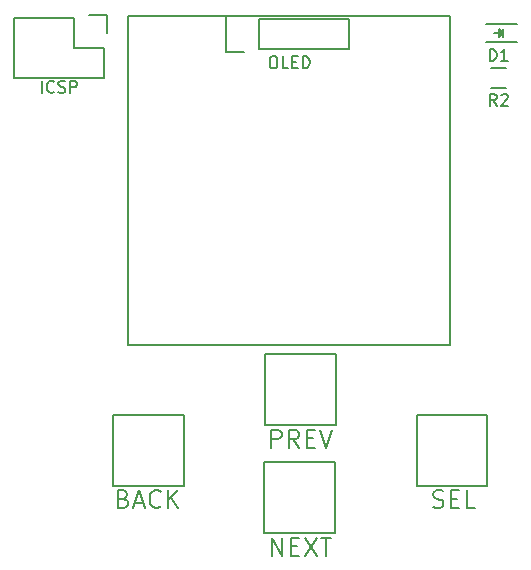
<source format=gbr>
G04 #@! TF.FileFunction,Legend,Top*
%FSLAX46Y46*%
G04 Gerber Fmt 4.6, Leading zero omitted, Abs format (unit mm)*
G04 Created by KiCad (PCBNEW 4.0.6) date Thu Aug  3 21:50:21 2017*
%MOMM*%
%LPD*%
G01*
G04 APERTURE LIST*
%ADD10C,0.100000*%
%ADD11C,0.200000*%
%ADD12C,0.150000*%
G04 APERTURE END LIST*
D10*
D11*
X100959200Y-51147600D02*
X100959200Y-78947600D01*
X128259200Y-51147600D02*
X100959200Y-51147600D01*
X128259200Y-78947600D02*
X128259200Y-51147600D01*
X100959200Y-78947600D02*
X128259200Y-78947600D01*
D12*
X118568000Y-79766000D02*
X118568000Y-85766000D01*
X118568000Y-85766000D02*
X112568000Y-85766000D01*
X112568000Y-85766000D02*
X112568000Y-79766000D01*
X112568000Y-79766000D02*
X118568000Y-79766000D01*
X112069200Y-53917600D02*
X119689200Y-53917600D01*
X112069200Y-51377600D02*
X119689200Y-51377600D01*
X109249200Y-51097600D02*
X110799200Y-51097600D01*
X119689200Y-53917600D02*
X119689200Y-51377600D01*
X112069200Y-51377600D02*
X112069200Y-53917600D01*
X110799200Y-54197600D02*
X109249200Y-54197600D01*
X109249200Y-54197600D02*
X109249200Y-51097600D01*
X96350000Y-51270000D02*
X91270000Y-51270000D01*
X99170000Y-50990000D02*
X99170000Y-52540000D01*
X98890000Y-53810000D02*
X96350000Y-53810000D01*
X96350000Y-53810000D02*
X96350000Y-51270000D01*
X91270000Y-51270000D02*
X91270000Y-56350000D01*
X91270000Y-56350000D02*
X96350000Y-56350000D01*
X99170000Y-50990000D02*
X97620000Y-50990000D01*
X98890000Y-56350000D02*
X98890000Y-53810000D01*
X96350000Y-56350000D02*
X98890000Y-56350000D01*
X133934000Y-51790000D02*
X131234000Y-51790000D01*
X133934000Y-53290000D02*
X131234000Y-53290000D01*
X132434000Y-52390000D02*
X132434000Y-52640000D01*
X132434000Y-52640000D02*
X132584000Y-52490000D01*
X132684000Y-52890000D02*
X132684000Y-52190000D01*
X132334000Y-52540000D02*
X131984000Y-52540000D01*
X132684000Y-52540000D02*
X132334000Y-52890000D01*
X132334000Y-52890000D02*
X132334000Y-52190000D01*
X132334000Y-52190000D02*
X132684000Y-52540000D01*
X131734000Y-55475000D02*
X132934000Y-55475000D01*
X132934000Y-57225000D02*
X131734000Y-57225000D01*
X131397000Y-84884000D02*
X131397000Y-90884000D01*
X131397000Y-90884000D02*
X125397000Y-90884000D01*
X125397000Y-90884000D02*
X125397000Y-84884000D01*
X125397000Y-84884000D02*
X131397000Y-84884000D01*
X118518000Y-88910000D02*
X118518000Y-94910000D01*
X118518000Y-94910000D02*
X112518000Y-94910000D01*
X112518000Y-94910000D02*
X112518000Y-88910000D01*
X112518000Y-88910000D02*
X118518000Y-88910000D01*
X105700000Y-84884000D02*
X105700000Y-90884000D01*
X105700000Y-90884000D02*
X99700000Y-90884000D01*
X99700000Y-90884000D02*
X99700000Y-84884000D01*
X99700000Y-84884000D02*
X105700000Y-84884000D01*
X113105715Y-87644571D02*
X113105715Y-86144571D01*
X113677143Y-86144571D01*
X113820001Y-86216000D01*
X113891429Y-86287429D01*
X113962858Y-86430286D01*
X113962858Y-86644571D01*
X113891429Y-86787429D01*
X113820001Y-86858857D01*
X113677143Y-86930286D01*
X113105715Y-86930286D01*
X115462858Y-87644571D02*
X114962858Y-86930286D01*
X114605715Y-87644571D02*
X114605715Y-86144571D01*
X115177143Y-86144571D01*
X115320001Y-86216000D01*
X115391429Y-86287429D01*
X115462858Y-86430286D01*
X115462858Y-86644571D01*
X115391429Y-86787429D01*
X115320001Y-86858857D01*
X115177143Y-86930286D01*
X114605715Y-86930286D01*
X116105715Y-86858857D02*
X116605715Y-86858857D01*
X116820001Y-87644571D02*
X116105715Y-87644571D01*
X116105715Y-86144571D01*
X116820001Y-86144571D01*
X117248572Y-86144571D02*
X117748572Y-87644571D01*
X118248572Y-86144571D01*
X113185619Y-54532381D02*
X113376096Y-54532381D01*
X113471334Y-54580000D01*
X113566572Y-54675238D01*
X113614191Y-54865714D01*
X113614191Y-55199048D01*
X113566572Y-55389524D01*
X113471334Y-55484762D01*
X113376096Y-55532381D01*
X113185619Y-55532381D01*
X113090381Y-55484762D01*
X112995143Y-55389524D01*
X112947524Y-55199048D01*
X112947524Y-54865714D01*
X112995143Y-54675238D01*
X113090381Y-54580000D01*
X113185619Y-54532381D01*
X114518953Y-55532381D02*
X114042762Y-55532381D01*
X114042762Y-54532381D01*
X114852286Y-55008571D02*
X115185620Y-55008571D01*
X115328477Y-55532381D02*
X114852286Y-55532381D01*
X114852286Y-54532381D01*
X115328477Y-54532381D01*
X115757048Y-55532381D02*
X115757048Y-54532381D01*
X115995143Y-54532381D01*
X116138001Y-54580000D01*
X116233239Y-54675238D01*
X116280858Y-54770476D01*
X116328477Y-54960952D01*
X116328477Y-55103810D01*
X116280858Y-55294286D01*
X116233239Y-55389524D01*
X116138001Y-55484762D01*
X115995143Y-55532381D01*
X115757048Y-55532381D01*
X93646810Y-57602381D02*
X93646810Y-56602381D01*
X94694429Y-57507143D02*
X94646810Y-57554762D01*
X94503953Y-57602381D01*
X94408715Y-57602381D01*
X94265857Y-57554762D01*
X94170619Y-57459524D01*
X94123000Y-57364286D01*
X94075381Y-57173810D01*
X94075381Y-57030952D01*
X94123000Y-56840476D01*
X94170619Y-56745238D01*
X94265857Y-56650000D01*
X94408715Y-56602381D01*
X94503953Y-56602381D01*
X94646810Y-56650000D01*
X94694429Y-56697619D01*
X95075381Y-57554762D02*
X95218238Y-57602381D01*
X95456334Y-57602381D01*
X95551572Y-57554762D01*
X95599191Y-57507143D01*
X95646810Y-57411905D01*
X95646810Y-57316667D01*
X95599191Y-57221429D01*
X95551572Y-57173810D01*
X95456334Y-57126190D01*
X95265857Y-57078571D01*
X95170619Y-57030952D01*
X95123000Y-56983333D01*
X95075381Y-56888095D01*
X95075381Y-56792857D01*
X95123000Y-56697619D01*
X95170619Y-56650000D01*
X95265857Y-56602381D01*
X95503953Y-56602381D01*
X95646810Y-56650000D01*
X96075381Y-57602381D02*
X96075381Y-56602381D01*
X96456334Y-56602381D01*
X96551572Y-56650000D01*
X96599191Y-56697619D01*
X96646810Y-56792857D01*
X96646810Y-56935714D01*
X96599191Y-57030952D01*
X96551572Y-57078571D01*
X96456334Y-57126190D01*
X96075381Y-57126190D01*
X131595905Y-54897381D02*
X131595905Y-53897381D01*
X131834000Y-53897381D01*
X131976858Y-53945000D01*
X132072096Y-54040238D01*
X132119715Y-54135476D01*
X132167334Y-54325952D01*
X132167334Y-54468810D01*
X132119715Y-54659286D01*
X132072096Y-54754524D01*
X131976858Y-54849762D01*
X131834000Y-54897381D01*
X131595905Y-54897381D01*
X133119715Y-54897381D02*
X132548286Y-54897381D01*
X132834000Y-54897381D02*
X132834000Y-53897381D01*
X132738762Y-54040238D01*
X132643524Y-54135476D01*
X132548286Y-54183095D01*
X132167334Y-58707381D02*
X131834000Y-58231190D01*
X131595905Y-58707381D02*
X131595905Y-57707381D01*
X131976858Y-57707381D01*
X132072096Y-57755000D01*
X132119715Y-57802619D01*
X132167334Y-57897857D01*
X132167334Y-58040714D01*
X132119715Y-58135952D01*
X132072096Y-58183571D01*
X131976858Y-58231190D01*
X131595905Y-58231190D01*
X132548286Y-57802619D02*
X132595905Y-57755000D01*
X132691143Y-57707381D01*
X132929239Y-57707381D01*
X133024477Y-57755000D01*
X133072096Y-57802619D01*
X133119715Y-57897857D01*
X133119715Y-57993095D01*
X133072096Y-58135952D01*
X132500667Y-58707381D01*
X133119715Y-58707381D01*
X126809714Y-92691143D02*
X127024000Y-92762571D01*
X127381143Y-92762571D01*
X127524000Y-92691143D01*
X127595429Y-92619714D01*
X127666857Y-92476857D01*
X127666857Y-92334000D01*
X127595429Y-92191143D01*
X127524000Y-92119714D01*
X127381143Y-92048286D01*
X127095429Y-91976857D01*
X126952571Y-91905429D01*
X126881143Y-91834000D01*
X126809714Y-91691143D01*
X126809714Y-91548286D01*
X126881143Y-91405429D01*
X126952571Y-91334000D01*
X127095429Y-91262571D01*
X127452571Y-91262571D01*
X127666857Y-91334000D01*
X128309714Y-91976857D02*
X128809714Y-91976857D01*
X129024000Y-92762571D02*
X128309714Y-92762571D01*
X128309714Y-91262571D01*
X129024000Y-91262571D01*
X130381143Y-92762571D02*
X129666857Y-92762571D01*
X129666857Y-91262571D01*
X113177143Y-96788571D02*
X113177143Y-95288571D01*
X114034286Y-96788571D01*
X114034286Y-95288571D01*
X114748572Y-96002857D02*
X115248572Y-96002857D01*
X115462858Y-96788571D02*
X114748572Y-96788571D01*
X114748572Y-95288571D01*
X115462858Y-95288571D01*
X115962858Y-95288571D02*
X116962858Y-96788571D01*
X116962858Y-95288571D02*
X115962858Y-96788571D01*
X117320000Y-95288571D02*
X118177143Y-95288571D01*
X117748572Y-96788571D02*
X117748572Y-95288571D01*
X100580286Y-91976857D02*
X100794572Y-92048286D01*
X100866000Y-92119714D01*
X100937429Y-92262571D01*
X100937429Y-92476857D01*
X100866000Y-92619714D01*
X100794572Y-92691143D01*
X100651714Y-92762571D01*
X100080286Y-92762571D01*
X100080286Y-91262571D01*
X100580286Y-91262571D01*
X100723143Y-91334000D01*
X100794572Y-91405429D01*
X100866000Y-91548286D01*
X100866000Y-91691143D01*
X100794572Y-91834000D01*
X100723143Y-91905429D01*
X100580286Y-91976857D01*
X100080286Y-91976857D01*
X101508857Y-92334000D02*
X102223143Y-92334000D01*
X101366000Y-92762571D02*
X101866000Y-91262571D01*
X102366000Y-92762571D01*
X103723143Y-92619714D02*
X103651714Y-92691143D01*
X103437428Y-92762571D01*
X103294571Y-92762571D01*
X103080286Y-92691143D01*
X102937428Y-92548286D01*
X102866000Y-92405429D01*
X102794571Y-92119714D01*
X102794571Y-91905429D01*
X102866000Y-91619714D01*
X102937428Y-91476857D01*
X103080286Y-91334000D01*
X103294571Y-91262571D01*
X103437428Y-91262571D01*
X103651714Y-91334000D01*
X103723143Y-91405429D01*
X104366000Y-92762571D02*
X104366000Y-91262571D01*
X105223143Y-92762571D02*
X104580286Y-91905429D01*
X105223143Y-91262571D02*
X104366000Y-92119714D01*
M02*

</source>
